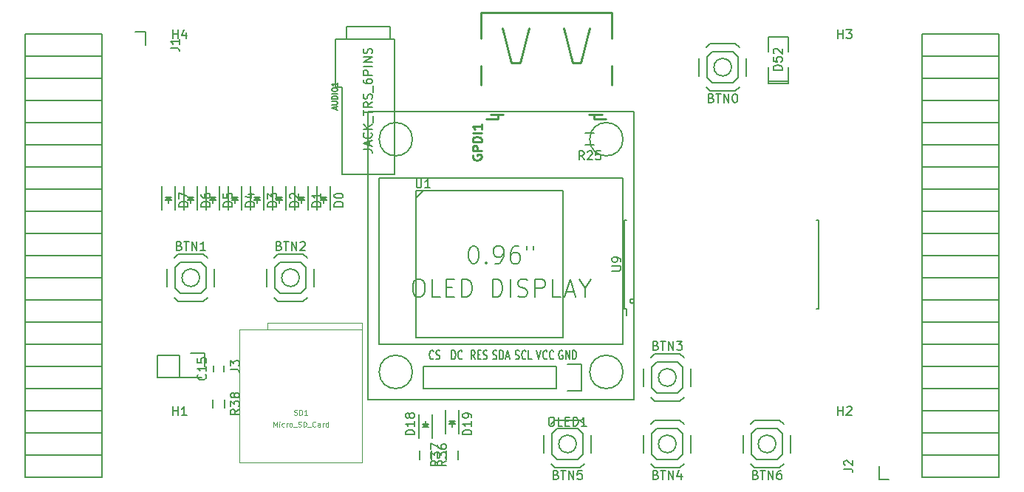
<source format=gto>
G04 #@! TF.FileFunction,Legend,Top*
%FSLAX46Y46*%
G04 Gerber Fmt 4.6, Leading zero omitted, Abs format (unit mm)*
G04 Created by KiCad (PCBNEW 4.0.5+dfsg1-4) date Thu May 18 22:33:06 2017*
%MOMM*%
%LPD*%
G01*
G04 APERTURE LIST*
%ADD10C,0.100000*%
%ADD11C,0.150000*%
%ADD12C,0.010160*%
%ADD13C,0.152400*%
%ADD14C,0.254000*%
%ADD15C,0.124460*%
G04 APERTURE END LIST*
D10*
D11*
X130080000Y-96200000D02*
X146880000Y-96200000D01*
X146880000Y-96200000D02*
X146880000Y-79400000D01*
X146880000Y-79400000D02*
X130080000Y-79400000D01*
X130080000Y-79400000D02*
X130080000Y-96200000D01*
X130880000Y-79400000D02*
X130080000Y-80200000D01*
X170427000Y-66881000D02*
X170427000Y-67135000D01*
X170427000Y-67135000D02*
X172713000Y-67135000D01*
X172713000Y-67135000D02*
X172713000Y-66881000D01*
X170427000Y-66881000D02*
X172713000Y-66881000D01*
X172713000Y-66881000D02*
X172713000Y-65230000D01*
X170427000Y-63452000D02*
X170427000Y-61801000D01*
X170427000Y-61801000D02*
X172713000Y-61801000D01*
X172713000Y-61801000D02*
X172713000Y-63452000D01*
X170427000Y-65230000D02*
X170427000Y-66881000D01*
D12*
X113070000Y-95320000D02*
X113070000Y-94520000D01*
X113070000Y-94520000D02*
X123870000Y-94520000D01*
X123870000Y-94520000D02*
X123870000Y-95320000D01*
X109870000Y-110520000D02*
X109870000Y-95320000D01*
X109870000Y-95320000D02*
X123870000Y-95320000D01*
X123870000Y-95320000D02*
X123870000Y-110520000D01*
X123870000Y-110520000D02*
X109870000Y-110520000D01*
D11*
X105260000Y-89360000D02*
G75*
G03X105260000Y-89360000I-1000000J0D01*
G01*
X103060000Y-87560000D02*
X105460000Y-87560000D01*
X102460000Y-88160000D02*
X103060000Y-87560000D01*
X102460000Y-90560000D02*
X102460000Y-88160000D01*
X103060000Y-91160000D02*
X102460000Y-90560000D01*
X105460000Y-91160000D02*
X103060000Y-91160000D01*
X106060000Y-90560000D02*
X105460000Y-91160000D01*
X106060000Y-88160000D02*
X106060000Y-90560000D01*
X105460000Y-87560000D02*
X106060000Y-88160000D01*
X102810000Y-86660000D02*
X105710000Y-86660000D01*
X102360000Y-87110000D02*
X102810000Y-86660000D01*
X101560000Y-90360000D02*
X101560000Y-88360000D01*
X102810000Y-92060000D02*
X102360000Y-91610000D01*
X105710000Y-92060000D02*
X102810000Y-92060000D01*
X106160000Y-91610000D02*
X105710000Y-92060000D01*
X106960000Y-88360000D02*
X106960000Y-90360000D01*
X105710000Y-86660000D02*
X106160000Y-87110000D01*
X116690000Y-89360000D02*
G75*
G03X116690000Y-89360000I-1000000J0D01*
G01*
X114490000Y-87560000D02*
X116890000Y-87560000D01*
X113890000Y-88160000D02*
X114490000Y-87560000D01*
X113890000Y-90560000D02*
X113890000Y-88160000D01*
X114490000Y-91160000D02*
X113890000Y-90560000D01*
X116890000Y-91160000D02*
X114490000Y-91160000D01*
X117490000Y-90560000D02*
X116890000Y-91160000D01*
X117490000Y-88160000D02*
X117490000Y-90560000D01*
X116890000Y-87560000D02*
X117490000Y-88160000D01*
X114240000Y-86660000D02*
X117140000Y-86660000D01*
X113790000Y-87110000D02*
X114240000Y-86660000D01*
X112990000Y-90360000D02*
X112990000Y-88360000D01*
X114240000Y-92060000D02*
X113790000Y-91610000D01*
X117140000Y-92060000D02*
X114240000Y-92060000D01*
X117590000Y-91610000D02*
X117140000Y-92060000D01*
X118390000Y-88360000D02*
X118390000Y-90360000D01*
X117140000Y-86660000D02*
X117590000Y-87110000D01*
X159870000Y-100790000D02*
G75*
G03X159870000Y-100790000I-1000000J0D01*
G01*
X157670000Y-98990000D02*
X160070000Y-98990000D01*
X157070000Y-99590000D02*
X157670000Y-98990000D01*
X157070000Y-101990000D02*
X157070000Y-99590000D01*
X157670000Y-102590000D02*
X157070000Y-101990000D01*
X160070000Y-102590000D02*
X157670000Y-102590000D01*
X160670000Y-101990000D02*
X160070000Y-102590000D01*
X160670000Y-99590000D02*
X160670000Y-101990000D01*
X160070000Y-98990000D02*
X160670000Y-99590000D01*
X157420000Y-98090000D02*
X160320000Y-98090000D01*
X156970000Y-98540000D02*
X157420000Y-98090000D01*
X156170000Y-101790000D02*
X156170000Y-99790000D01*
X157420000Y-103490000D02*
X156970000Y-103040000D01*
X160320000Y-103490000D02*
X157420000Y-103490000D01*
X160770000Y-103040000D02*
X160320000Y-103490000D01*
X161570000Y-99790000D02*
X161570000Y-101790000D01*
X160320000Y-98090000D02*
X160770000Y-98540000D01*
X159870000Y-108410000D02*
G75*
G03X159870000Y-108410000I-1000000J0D01*
G01*
X160070000Y-110210000D02*
X157670000Y-110210000D01*
X160670000Y-109610000D02*
X160070000Y-110210000D01*
X160670000Y-107210000D02*
X160670000Y-109610000D01*
X160070000Y-106610000D02*
X160670000Y-107210000D01*
X157670000Y-106610000D02*
X160070000Y-106610000D01*
X157070000Y-107210000D02*
X157670000Y-106610000D01*
X157070000Y-109610000D02*
X157070000Y-107210000D01*
X157670000Y-110210000D02*
X157070000Y-109610000D01*
X160320000Y-111110000D02*
X157420000Y-111110000D01*
X160770000Y-110660000D02*
X160320000Y-111110000D01*
X161570000Y-107410000D02*
X161570000Y-109410000D01*
X160320000Y-105710000D02*
X160770000Y-106160000D01*
X157420000Y-105710000D02*
X160320000Y-105710000D01*
X156970000Y-106160000D02*
X157420000Y-105710000D01*
X156170000Y-109410000D02*
X156170000Y-107410000D01*
X157420000Y-111110000D02*
X156970000Y-110660000D01*
X148440000Y-108410000D02*
G75*
G03X148440000Y-108410000I-1000000J0D01*
G01*
X148640000Y-110210000D02*
X146240000Y-110210000D01*
X149240000Y-109610000D02*
X148640000Y-110210000D01*
X149240000Y-107210000D02*
X149240000Y-109610000D01*
X148640000Y-106610000D02*
X149240000Y-107210000D01*
X146240000Y-106610000D02*
X148640000Y-106610000D01*
X145640000Y-107210000D02*
X146240000Y-106610000D01*
X145640000Y-109610000D02*
X145640000Y-107210000D01*
X146240000Y-110210000D02*
X145640000Y-109610000D01*
X148890000Y-111110000D02*
X145990000Y-111110000D01*
X149340000Y-110660000D02*
X148890000Y-111110000D01*
X150140000Y-107410000D02*
X150140000Y-109410000D01*
X148890000Y-105710000D02*
X149340000Y-106160000D01*
X145990000Y-105710000D02*
X148890000Y-105710000D01*
X145540000Y-106160000D02*
X145990000Y-105710000D01*
X144740000Y-109410000D02*
X144740000Y-107410000D01*
X145990000Y-111110000D02*
X145540000Y-110660000D01*
X171300000Y-108410000D02*
G75*
G03X171300000Y-108410000I-1000000J0D01*
G01*
X171500000Y-110210000D02*
X169100000Y-110210000D01*
X172100000Y-109610000D02*
X171500000Y-110210000D01*
X172100000Y-107210000D02*
X172100000Y-109610000D01*
X171500000Y-106610000D02*
X172100000Y-107210000D01*
X169100000Y-106610000D02*
X171500000Y-106610000D01*
X168500000Y-107210000D02*
X169100000Y-106610000D01*
X168500000Y-109610000D02*
X168500000Y-107210000D01*
X169100000Y-110210000D02*
X168500000Y-109610000D01*
X171750000Y-111110000D02*
X168850000Y-111110000D01*
X172200000Y-110660000D02*
X171750000Y-111110000D01*
X173000000Y-107410000D02*
X173000000Y-109410000D01*
X171750000Y-105710000D02*
X172200000Y-106160000D01*
X168850000Y-105710000D02*
X171750000Y-105710000D01*
X168400000Y-106160000D02*
X168850000Y-105710000D01*
X167600000Y-109410000D02*
X167600000Y-107410000D01*
X168850000Y-111110000D02*
X168400000Y-110660000D01*
X118750000Y-78870000D02*
X118750000Y-81570000D01*
X120250000Y-78870000D02*
X120250000Y-81570000D01*
X119350000Y-80370000D02*
X119600000Y-80370000D01*
X119600000Y-80370000D02*
X119450000Y-80220000D01*
X119850000Y-80120000D02*
X119150000Y-80120000D01*
X119500000Y-80470000D02*
X119500000Y-80820000D01*
X119500000Y-80120000D02*
X119850000Y-80470000D01*
X119850000Y-80470000D02*
X119150000Y-80470000D01*
X119150000Y-80470000D02*
X119500000Y-80120000D01*
X116210000Y-78870000D02*
X116210000Y-81570000D01*
X117710000Y-78870000D02*
X117710000Y-81570000D01*
X116810000Y-80370000D02*
X117060000Y-80370000D01*
X117060000Y-80370000D02*
X116910000Y-80220000D01*
X117310000Y-80120000D02*
X116610000Y-80120000D01*
X116960000Y-80470000D02*
X116960000Y-80820000D01*
X116960000Y-80120000D02*
X117310000Y-80470000D01*
X117310000Y-80470000D02*
X116610000Y-80470000D01*
X116610000Y-80470000D02*
X116960000Y-80120000D01*
X113670000Y-78870000D02*
X113670000Y-81570000D01*
X115170000Y-78870000D02*
X115170000Y-81570000D01*
X114270000Y-80370000D02*
X114520000Y-80370000D01*
X114520000Y-80370000D02*
X114370000Y-80220000D01*
X114770000Y-80120000D02*
X114070000Y-80120000D01*
X114420000Y-80470000D02*
X114420000Y-80820000D01*
X114420000Y-80120000D02*
X114770000Y-80470000D01*
X114770000Y-80470000D02*
X114070000Y-80470000D01*
X114070000Y-80470000D02*
X114420000Y-80120000D01*
X111130000Y-78870000D02*
X111130000Y-81570000D01*
X112630000Y-78870000D02*
X112630000Y-81570000D01*
X111730000Y-80370000D02*
X111980000Y-80370000D01*
X111980000Y-80370000D02*
X111830000Y-80220000D01*
X112230000Y-80120000D02*
X111530000Y-80120000D01*
X111880000Y-80470000D02*
X111880000Y-80820000D01*
X111880000Y-80120000D02*
X112230000Y-80470000D01*
X112230000Y-80470000D02*
X111530000Y-80470000D01*
X111530000Y-80470000D02*
X111880000Y-80120000D01*
X108590000Y-78870000D02*
X108590000Y-81570000D01*
X110090000Y-78870000D02*
X110090000Y-81570000D01*
X109190000Y-80370000D02*
X109440000Y-80370000D01*
X109440000Y-80370000D02*
X109290000Y-80220000D01*
X109690000Y-80120000D02*
X108990000Y-80120000D01*
X109340000Y-80470000D02*
X109340000Y-80820000D01*
X109340000Y-80120000D02*
X109690000Y-80470000D01*
X109690000Y-80470000D02*
X108990000Y-80470000D01*
X108990000Y-80470000D02*
X109340000Y-80120000D01*
X106050000Y-78870000D02*
X106050000Y-81570000D01*
X107550000Y-78870000D02*
X107550000Y-81570000D01*
X106650000Y-80370000D02*
X106900000Y-80370000D01*
X106900000Y-80370000D02*
X106750000Y-80220000D01*
X107150000Y-80120000D02*
X106450000Y-80120000D01*
X106800000Y-80470000D02*
X106800000Y-80820000D01*
X106800000Y-80120000D02*
X107150000Y-80470000D01*
X107150000Y-80470000D02*
X106450000Y-80470000D01*
X106450000Y-80470000D02*
X106800000Y-80120000D01*
X103510000Y-78870000D02*
X103510000Y-81570000D01*
X105010000Y-78870000D02*
X105010000Y-81570000D01*
X104110000Y-80370000D02*
X104360000Y-80370000D01*
X104360000Y-80370000D02*
X104210000Y-80220000D01*
X104610000Y-80120000D02*
X103910000Y-80120000D01*
X104260000Y-80470000D02*
X104260000Y-80820000D01*
X104260000Y-80120000D02*
X104610000Y-80470000D01*
X104610000Y-80470000D02*
X103910000Y-80470000D01*
X103910000Y-80470000D02*
X104260000Y-80120000D01*
X100970000Y-78870000D02*
X100970000Y-81570000D01*
X102470000Y-78870000D02*
X102470000Y-81570000D01*
X101570000Y-80370000D02*
X101820000Y-80370000D01*
X101820000Y-80370000D02*
X101670000Y-80220000D01*
X102070000Y-80120000D02*
X101370000Y-80120000D01*
X101720000Y-80470000D02*
X101720000Y-80820000D01*
X101720000Y-80120000D02*
X102070000Y-80470000D01*
X102070000Y-80470000D02*
X101370000Y-80470000D01*
X101370000Y-80470000D02*
X101720000Y-80120000D01*
D13*
X121580000Y-77540000D02*
X121580000Y-67540000D01*
X121580000Y-67540000D02*
X120880000Y-67540000D01*
X120880000Y-67540000D02*
X120880000Y-62040000D01*
X127580000Y-77540000D02*
X121580000Y-77540000D01*
X127580000Y-62040000D02*
X127580000Y-77540000D01*
X127580000Y-62040000D02*
X120880000Y-62040000D01*
X127080000Y-62040000D02*
X127080000Y-60540000D01*
X127080000Y-60540000D02*
X122080000Y-60540000D01*
X122080000Y-60540000D02*
X122080000Y-62040000D01*
D11*
X176180000Y-92880000D02*
X175980000Y-92880000D01*
X176180000Y-82720000D02*
X175980000Y-82720000D01*
X155080000Y-92050000D02*
G75*
G03X155080000Y-92050000I-250000J0D01*
G01*
X154180000Y-92880000D02*
X154180000Y-93700000D01*
X153980000Y-92880000D02*
X154180000Y-92880000D01*
X153980000Y-82720000D02*
X154180000Y-82720000D01*
X176190000Y-82720000D02*
X176190000Y-92880000D01*
X153970000Y-92880000D02*
X153970000Y-82720000D01*
D14*
X151378260Y-70648160D02*
X150479100Y-70648160D01*
X150479100Y-70648160D02*
X149879660Y-70648160D01*
X140080340Y-70648160D02*
X139480900Y-70648160D01*
X139480900Y-70648160D02*
X138581740Y-70648160D01*
X137481920Y-67249640D02*
X137481920Y-65098260D01*
X137481920Y-61900400D02*
X137481920Y-58992100D01*
X137481920Y-58992100D02*
X152478080Y-58992100D01*
X152478080Y-58992100D02*
X152478080Y-61900400D01*
X152478080Y-65098260D02*
X152478080Y-67249640D01*
X138106760Y-71148540D02*
X139480900Y-71148540D01*
X139480900Y-71148540D02*
X139480900Y-70648160D01*
X150479100Y-70648160D02*
X150479100Y-71148540D01*
X150479100Y-71148540D02*
X151865940Y-71148540D01*
X142981020Y-60732000D02*
X141980260Y-64732500D01*
X141980260Y-64732500D02*
X140982040Y-64732500D01*
X140982040Y-64732500D02*
X139981280Y-60732000D01*
X146978980Y-60732000D02*
X147979740Y-64732500D01*
X147979740Y-64732500D02*
X148977960Y-64732500D01*
X148977960Y-64732500D02*
X149978720Y-60732000D01*
D11*
X85270000Y-112220000D02*
X94100000Y-112220000D01*
X85270000Y-109680000D02*
X85270000Y-112220000D01*
X94100000Y-109680000D02*
X94100000Y-112220000D01*
X94100000Y-112220000D02*
X85270000Y-112220000D01*
X94100000Y-109680000D02*
X85270000Y-109680000D01*
X94100000Y-107140000D02*
X94100000Y-109680000D01*
X85270000Y-107140000D02*
X85270000Y-109680000D01*
X85270000Y-109680000D02*
X94100000Y-109680000D01*
X85270000Y-91900000D02*
X94100000Y-91900000D01*
X85270000Y-89360000D02*
X85270000Y-91900000D01*
X94100000Y-89360000D02*
X94100000Y-91900000D01*
X94100000Y-91900000D02*
X85270000Y-91900000D01*
X94100000Y-94440000D02*
X85270000Y-94440000D01*
X94100000Y-91900000D02*
X94100000Y-94440000D01*
X85270000Y-91900000D02*
X85270000Y-94440000D01*
X85270000Y-94440000D02*
X94100000Y-94440000D01*
X85270000Y-107140000D02*
X94100000Y-107140000D01*
X85270000Y-104600000D02*
X85270000Y-107140000D01*
X94100000Y-104600000D02*
X94100000Y-107140000D01*
X94100000Y-107140000D02*
X85270000Y-107140000D01*
X94100000Y-104600000D02*
X85270000Y-104600000D01*
X94100000Y-102060000D02*
X94100000Y-104600000D01*
X85270000Y-102060000D02*
X85270000Y-104600000D01*
X85270000Y-104600000D02*
X94100000Y-104600000D01*
X85270000Y-102060000D02*
X94100000Y-102060000D01*
X85270000Y-99520000D02*
X85270000Y-102060000D01*
X94100000Y-99520000D02*
X94100000Y-102060000D01*
X94100000Y-102060000D02*
X85270000Y-102060000D01*
X94100000Y-99520000D02*
X85270000Y-99520000D01*
X94100000Y-96980000D02*
X94100000Y-99520000D01*
X85270000Y-96980000D02*
X85270000Y-99520000D01*
X85270000Y-99520000D02*
X94100000Y-99520000D01*
X85270000Y-96980000D02*
X94100000Y-96980000D01*
X85270000Y-94440000D02*
X85270000Y-96980000D01*
X94100000Y-94440000D02*
X94100000Y-96980000D01*
X94100000Y-96980000D02*
X85270000Y-96980000D01*
X94100000Y-79200000D02*
X85270000Y-79200000D01*
X94100000Y-76660000D02*
X94100000Y-79200000D01*
X85270000Y-76660000D02*
X85270000Y-79200000D01*
X85270000Y-79200000D02*
X94100000Y-79200000D01*
X85270000Y-81740000D02*
X94100000Y-81740000D01*
X85270000Y-79200000D02*
X85270000Y-81740000D01*
X94100000Y-79200000D02*
X94100000Y-81740000D01*
X94100000Y-81740000D02*
X85270000Y-81740000D01*
X94100000Y-84280000D02*
X85270000Y-84280000D01*
X94100000Y-81740000D02*
X94100000Y-84280000D01*
X85270000Y-81740000D02*
X85270000Y-84280000D01*
X85270000Y-84280000D02*
X94100000Y-84280000D01*
X85270000Y-86820000D02*
X94100000Y-86820000D01*
X85270000Y-84280000D02*
X85270000Y-86820000D01*
X94100000Y-84280000D02*
X94100000Y-86820000D01*
X94100000Y-86820000D02*
X85270000Y-86820000D01*
X94100000Y-89360000D02*
X85270000Y-89360000D01*
X94100000Y-86820000D02*
X94100000Y-89360000D01*
X85270000Y-86820000D02*
X85270000Y-89360000D01*
X85270000Y-89360000D02*
X94100000Y-89360000D01*
X85270000Y-76660000D02*
X94100000Y-76660000D01*
X85270000Y-74120000D02*
X85270000Y-76660000D01*
X94100000Y-74120000D02*
X94100000Y-76660000D01*
X94100000Y-76660000D02*
X85270000Y-76660000D01*
X94100000Y-74120000D02*
X85270000Y-74120000D01*
X94100000Y-71580000D02*
X94100000Y-74120000D01*
X85270000Y-71580000D02*
X85270000Y-74120000D01*
X85270000Y-74120000D02*
X94100000Y-74120000D01*
X85270000Y-71580000D02*
X94100000Y-71580000D01*
X85270000Y-69040000D02*
X85270000Y-71580000D01*
X94100000Y-69040000D02*
X94100000Y-71580000D01*
X94100000Y-71580000D02*
X85270000Y-71580000D01*
X94100000Y-69040000D02*
X85270000Y-69040000D01*
X94100000Y-66500000D02*
X94100000Y-69040000D01*
X85270000Y-66500000D02*
X85270000Y-69040000D01*
X85270000Y-69040000D02*
X94100000Y-69040000D01*
X85270000Y-66500000D02*
X94100000Y-66500000D01*
X85270000Y-63960000D02*
X85270000Y-66500000D01*
X94100000Y-63960000D02*
X94100000Y-66500000D01*
X94100000Y-66500000D02*
X85270000Y-66500000D01*
X94100000Y-63960000D02*
X85270000Y-63960000D01*
X94100000Y-61420000D02*
X94100000Y-63960000D01*
X99060000Y-62690000D02*
X99060000Y-61140000D01*
X99060000Y-61140000D02*
X97910000Y-61140000D01*
X94100000Y-61420000D02*
X85270000Y-61420000D01*
X85270000Y-61420000D02*
X85270000Y-63960000D01*
X85270000Y-63960000D02*
X94100000Y-63960000D01*
X196910000Y-61420000D02*
X188080000Y-61420000D01*
X196910000Y-63960000D02*
X196910000Y-61420000D01*
X188080000Y-63960000D02*
X188080000Y-61420000D01*
X188080000Y-61420000D02*
X196910000Y-61420000D01*
X188080000Y-63960000D02*
X196910000Y-63960000D01*
X188080000Y-66500000D02*
X188080000Y-63960000D01*
X196910000Y-66500000D02*
X196910000Y-63960000D01*
X196910000Y-63960000D02*
X188080000Y-63960000D01*
X196910000Y-81740000D02*
X188080000Y-81740000D01*
X196910000Y-84280000D02*
X196910000Y-81740000D01*
X188080000Y-84280000D02*
X188080000Y-81740000D01*
X188080000Y-81740000D02*
X196910000Y-81740000D01*
X188080000Y-79200000D02*
X196910000Y-79200000D01*
X188080000Y-81740000D02*
X188080000Y-79200000D01*
X196910000Y-81740000D02*
X196910000Y-79200000D01*
X196910000Y-79200000D02*
X188080000Y-79200000D01*
X196910000Y-66500000D02*
X188080000Y-66500000D01*
X196910000Y-69040000D02*
X196910000Y-66500000D01*
X188080000Y-69040000D02*
X188080000Y-66500000D01*
X188080000Y-66500000D02*
X196910000Y-66500000D01*
X188080000Y-69040000D02*
X196910000Y-69040000D01*
X188080000Y-71580000D02*
X188080000Y-69040000D01*
X196910000Y-71580000D02*
X196910000Y-69040000D01*
X196910000Y-69040000D02*
X188080000Y-69040000D01*
X196910000Y-71580000D02*
X188080000Y-71580000D01*
X196910000Y-74120000D02*
X196910000Y-71580000D01*
X188080000Y-74120000D02*
X188080000Y-71580000D01*
X188080000Y-71580000D02*
X196910000Y-71580000D01*
X188080000Y-74120000D02*
X196910000Y-74120000D01*
X188080000Y-76660000D02*
X188080000Y-74120000D01*
X196910000Y-76660000D02*
X196910000Y-74120000D01*
X196910000Y-74120000D02*
X188080000Y-74120000D01*
X196910000Y-76660000D02*
X188080000Y-76660000D01*
X196910000Y-79200000D02*
X196910000Y-76660000D01*
X188080000Y-79200000D02*
X188080000Y-76660000D01*
X188080000Y-76660000D02*
X196910000Y-76660000D01*
X188080000Y-94440000D02*
X196910000Y-94440000D01*
X188080000Y-96980000D02*
X188080000Y-94440000D01*
X196910000Y-96980000D02*
X196910000Y-94440000D01*
X196910000Y-94440000D02*
X188080000Y-94440000D01*
X196910000Y-91900000D02*
X188080000Y-91900000D01*
X196910000Y-94440000D02*
X196910000Y-91900000D01*
X188080000Y-94440000D02*
X188080000Y-91900000D01*
X188080000Y-91900000D02*
X196910000Y-91900000D01*
X188080000Y-89360000D02*
X196910000Y-89360000D01*
X188080000Y-91900000D02*
X188080000Y-89360000D01*
X196910000Y-91900000D02*
X196910000Y-89360000D01*
X196910000Y-89360000D02*
X188080000Y-89360000D01*
X196910000Y-86820000D02*
X188080000Y-86820000D01*
X196910000Y-89360000D02*
X196910000Y-86820000D01*
X188080000Y-89360000D02*
X188080000Y-86820000D01*
X188080000Y-86820000D02*
X196910000Y-86820000D01*
X188080000Y-84280000D02*
X196910000Y-84280000D01*
X188080000Y-86820000D02*
X188080000Y-84280000D01*
X196910000Y-86820000D02*
X196910000Y-84280000D01*
X196910000Y-84280000D02*
X188080000Y-84280000D01*
X196910000Y-96980000D02*
X188080000Y-96980000D01*
X196910000Y-99520000D02*
X196910000Y-96980000D01*
X188080000Y-99520000D02*
X188080000Y-96980000D01*
X188080000Y-96980000D02*
X196910000Y-96980000D01*
X188080000Y-99520000D02*
X196910000Y-99520000D01*
X188080000Y-102060000D02*
X188080000Y-99520000D01*
X196910000Y-102060000D02*
X196910000Y-99520000D01*
X196910000Y-99520000D02*
X188080000Y-99520000D01*
X196910000Y-102060000D02*
X188080000Y-102060000D01*
X196910000Y-104600000D02*
X196910000Y-102060000D01*
X188080000Y-104600000D02*
X188080000Y-102060000D01*
X188080000Y-102060000D02*
X196910000Y-102060000D01*
X188080000Y-104600000D02*
X196910000Y-104600000D01*
X188080000Y-107140000D02*
X188080000Y-104600000D01*
X196910000Y-107140000D02*
X196910000Y-104600000D01*
X196910000Y-104600000D02*
X188080000Y-104600000D01*
X196910000Y-107140000D02*
X188080000Y-107140000D01*
X196910000Y-109680000D02*
X196910000Y-107140000D01*
X188080000Y-109680000D02*
X188080000Y-107140000D01*
X188080000Y-107140000D02*
X196910000Y-107140000D01*
X188080000Y-109680000D02*
X196910000Y-109680000D01*
X188080000Y-112220000D02*
X188080000Y-109680000D01*
X183120000Y-110950000D02*
X183120000Y-112500000D01*
X183120000Y-112500000D02*
X184270000Y-112500000D01*
X188080000Y-112220000D02*
X196910000Y-112220000D01*
X196910000Y-112220000D02*
X196910000Y-109680000D01*
X196910000Y-109680000D02*
X188080000Y-109680000D01*
X166220000Y-65230000D02*
G75*
G03X166220000Y-65230000I-1000000J0D01*
G01*
X166420000Y-67030000D02*
X164020000Y-67030000D01*
X167020000Y-66430000D02*
X166420000Y-67030000D01*
X167020000Y-64030000D02*
X167020000Y-66430000D01*
X166420000Y-63430000D02*
X167020000Y-64030000D01*
X164020000Y-63430000D02*
X166420000Y-63430000D01*
X163420000Y-64030000D02*
X164020000Y-63430000D01*
X163420000Y-66430000D02*
X163420000Y-64030000D01*
X164020000Y-67030000D02*
X163420000Y-66430000D01*
X166670000Y-67930000D02*
X163770000Y-67930000D01*
X167120000Y-67480000D02*
X166670000Y-67930000D01*
X167920000Y-64230000D02*
X167920000Y-66230000D01*
X166670000Y-62530000D02*
X167120000Y-62980000D01*
X163770000Y-62530000D02*
X166670000Y-62530000D01*
X163320000Y-62980000D02*
X163770000Y-62530000D01*
X162520000Y-66230000D02*
X162520000Y-64230000D01*
X163770000Y-67930000D02*
X163320000Y-67480000D01*
X149480000Y-72810000D02*
X150480000Y-72810000D01*
X150480000Y-74160000D02*
X149480000Y-74160000D01*
X105810000Y-99520000D02*
X105810000Y-97970000D01*
X102990000Y-100790000D02*
X105530000Y-100790000D01*
X105810000Y-97970000D02*
X104260000Y-97970000D01*
X100450000Y-100790000D02*
X102990000Y-100790000D01*
X102990000Y-100790000D02*
X102990000Y-98250000D01*
X102990000Y-98250000D02*
X100450000Y-98250000D01*
X100450000Y-98250000D02*
X100450000Y-100790000D01*
X153790000Y-73485000D02*
G75*
G03X153790000Y-73485000I-1905000J0D01*
G01*
X129660000Y-73485000D02*
G75*
G03X129660000Y-73485000I-1905000J0D01*
G01*
X129660000Y-100155000D02*
G75*
G03X129660000Y-100155000I-1905000J0D01*
G01*
X153790000Y-100155000D02*
G75*
G03X153790000Y-100155000I-1905000J0D01*
G01*
X153790000Y-77930000D02*
X153790000Y-96980000D01*
X125850000Y-77930000D02*
X153790000Y-77930000D01*
X125850000Y-96980000D02*
X125850000Y-77930000D01*
X153790000Y-96980000D02*
X125850000Y-96980000D01*
X155060000Y-70310000D02*
X155060000Y-103330000D01*
X124580000Y-70310000D02*
X155060000Y-70310000D01*
X124580000Y-103330000D02*
X124580000Y-70310000D01*
X155060000Y-103330000D02*
X124580000Y-103330000D01*
X146170000Y-99520000D02*
X130930000Y-99520000D01*
X130930000Y-99520000D02*
X130930000Y-102060000D01*
X130930000Y-102060000D02*
X146170000Y-102060000D01*
X148990000Y-99240000D02*
X147440000Y-99240000D01*
X146170000Y-99520000D02*
X146170000Y-102060000D01*
X147440000Y-102340000D02*
X148990000Y-102340000D01*
X148990000Y-102340000D02*
X148990000Y-99240000D01*
X131934000Y-107724000D02*
X131934000Y-105024000D01*
X130434000Y-107724000D02*
X130434000Y-105024000D01*
X131334000Y-106224000D02*
X131084000Y-106224000D01*
X131084000Y-106224000D02*
X131234000Y-106374000D01*
X130834000Y-106474000D02*
X131534000Y-106474000D01*
X131184000Y-106124000D02*
X131184000Y-105774000D01*
X131184000Y-106474000D02*
X130834000Y-106124000D01*
X130834000Y-106124000D02*
X131534000Y-106124000D01*
X131534000Y-106124000D02*
X131184000Y-106474000D01*
X133482000Y-104524000D02*
X133482000Y-107224000D01*
X134982000Y-104524000D02*
X134982000Y-107224000D01*
X134082000Y-106024000D02*
X134332000Y-106024000D01*
X134332000Y-106024000D02*
X134182000Y-105874000D01*
X134582000Y-105774000D02*
X133882000Y-105774000D01*
X134232000Y-106124000D02*
X134232000Y-106474000D01*
X134232000Y-105774000D02*
X134582000Y-106124000D01*
X134582000Y-106124000D02*
X133882000Y-106124000D01*
X133882000Y-106124000D02*
X134232000Y-105774000D01*
X130509000Y-110180000D02*
X130509000Y-109180000D01*
X131859000Y-109180000D02*
X131859000Y-110180000D01*
X134907000Y-109180000D02*
X134907000Y-110180000D01*
X133557000Y-110180000D02*
X133557000Y-109180000D01*
X106880000Y-100150000D02*
X106880000Y-99450000D01*
X108080000Y-99450000D02*
X108080000Y-100150000D01*
X106805000Y-104300000D02*
X106805000Y-103300000D01*
X108155000Y-103300000D02*
X108155000Y-104300000D01*
X130118095Y-78052381D02*
X130118095Y-78861905D01*
X130165714Y-78957143D01*
X130213333Y-79004762D01*
X130308571Y-79052381D01*
X130499048Y-79052381D01*
X130594286Y-79004762D01*
X130641905Y-78957143D01*
X130689524Y-78861905D01*
X130689524Y-78052381D01*
X131689524Y-79052381D02*
X131118095Y-79052381D01*
X131403809Y-79052381D02*
X131403809Y-78052381D01*
X131308571Y-78195238D01*
X131213333Y-78290476D01*
X131118095Y-78338095D01*
X172022381Y-65555286D02*
X171022381Y-65555286D01*
X171022381Y-65317191D01*
X171070000Y-65174333D01*
X171165238Y-65079095D01*
X171260476Y-65031476D01*
X171450952Y-64983857D01*
X171593810Y-64983857D01*
X171784286Y-65031476D01*
X171879524Y-65079095D01*
X171974762Y-65174333D01*
X172022381Y-65317191D01*
X172022381Y-65555286D01*
X171022381Y-64079095D02*
X171022381Y-64555286D01*
X171498571Y-64602905D01*
X171450952Y-64555286D01*
X171403333Y-64460048D01*
X171403333Y-64221952D01*
X171450952Y-64126714D01*
X171498571Y-64079095D01*
X171593810Y-64031476D01*
X171831905Y-64031476D01*
X171927143Y-64079095D01*
X171974762Y-64126714D01*
X172022381Y-64221952D01*
X172022381Y-64460048D01*
X171974762Y-64555286D01*
X171927143Y-64602905D01*
X171117619Y-63650524D02*
X171070000Y-63602905D01*
X171022381Y-63507667D01*
X171022381Y-63269571D01*
X171070000Y-63174333D01*
X171117619Y-63126714D01*
X171212857Y-63079095D01*
X171308095Y-63079095D01*
X171450952Y-63126714D01*
X172022381Y-63698143D01*
X172022381Y-63079095D01*
D15*
X116113564Y-105062630D02*
X116199198Y-105091175D01*
X116341922Y-105091175D01*
X116399012Y-105062630D01*
X116427556Y-105034086D01*
X116456101Y-104976996D01*
X116456101Y-104919907D01*
X116427556Y-104862817D01*
X116399012Y-104834272D01*
X116341922Y-104805728D01*
X116227743Y-104777183D01*
X116170654Y-104748638D01*
X116142109Y-104720093D01*
X116113564Y-104663004D01*
X116113564Y-104605914D01*
X116142109Y-104548825D01*
X116170654Y-104520280D01*
X116227743Y-104491735D01*
X116370467Y-104491735D01*
X116456101Y-104520280D01*
X116713004Y-105091175D02*
X116713004Y-104491735D01*
X116855728Y-104491735D01*
X116941362Y-104520280D01*
X116998451Y-104577370D01*
X117026996Y-104634459D01*
X117055541Y-104748638D01*
X117055541Y-104834272D01*
X117026996Y-104948451D01*
X116998451Y-105005541D01*
X116941362Y-105062630D01*
X116855728Y-105091175D01*
X116713004Y-105091175D01*
X117626436Y-105091175D02*
X117283899Y-105091175D01*
X117455168Y-105091175D02*
X117455168Y-104491735D01*
X117398078Y-104577370D01*
X117340989Y-104634459D01*
X117283899Y-104663004D01*
X113744350Y-106441175D02*
X113744350Y-105841735D01*
X113944163Y-106269907D01*
X114143976Y-105841735D01*
X114143976Y-106441175D01*
X114429424Y-106441175D02*
X114429424Y-106041549D01*
X114429424Y-105841735D02*
X114400879Y-105870280D01*
X114429424Y-105898825D01*
X114457969Y-105870280D01*
X114429424Y-105841735D01*
X114429424Y-105898825D01*
X114971775Y-106412630D02*
X114914685Y-106441175D01*
X114800506Y-106441175D01*
X114743417Y-106412630D01*
X114714872Y-106384086D01*
X114686327Y-106326996D01*
X114686327Y-106155728D01*
X114714872Y-106098638D01*
X114743417Y-106070093D01*
X114800506Y-106041549D01*
X114914685Y-106041549D01*
X114971775Y-106070093D01*
X115228678Y-106441175D02*
X115228678Y-106041549D01*
X115228678Y-106155728D02*
X115257223Y-106098638D01*
X115285767Y-106070093D01*
X115342857Y-106041549D01*
X115399946Y-106041549D01*
X115685394Y-106441175D02*
X115628305Y-106412630D01*
X115599760Y-106384086D01*
X115571215Y-106326996D01*
X115571215Y-106155728D01*
X115599760Y-106098638D01*
X115628305Y-106070093D01*
X115685394Y-106041549D01*
X115771028Y-106041549D01*
X115828118Y-106070093D01*
X115856663Y-106098638D01*
X115885207Y-106155728D01*
X115885207Y-106326996D01*
X115856663Y-106384086D01*
X115828118Y-106412630D01*
X115771028Y-106441175D01*
X115685394Y-106441175D01*
X115999386Y-106498265D02*
X116456102Y-106498265D01*
X116570281Y-106412630D02*
X116655915Y-106441175D01*
X116798639Y-106441175D01*
X116855729Y-106412630D01*
X116884273Y-106384086D01*
X116912818Y-106326996D01*
X116912818Y-106269907D01*
X116884273Y-106212817D01*
X116855729Y-106184272D01*
X116798639Y-106155728D01*
X116684460Y-106127183D01*
X116627371Y-106098638D01*
X116598826Y-106070093D01*
X116570281Y-106013004D01*
X116570281Y-105955914D01*
X116598826Y-105898825D01*
X116627371Y-105870280D01*
X116684460Y-105841735D01*
X116827184Y-105841735D01*
X116912818Y-105870280D01*
X117169721Y-106441175D02*
X117169721Y-105841735D01*
X117312445Y-105841735D01*
X117398079Y-105870280D01*
X117455168Y-105927370D01*
X117483713Y-105984459D01*
X117512258Y-106098638D01*
X117512258Y-106184272D01*
X117483713Y-106298451D01*
X117455168Y-106355541D01*
X117398079Y-106412630D01*
X117312445Y-106441175D01*
X117169721Y-106441175D01*
X117626437Y-106498265D02*
X118083153Y-106498265D01*
X118568414Y-106384086D02*
X118539869Y-106412630D01*
X118454235Y-106441175D01*
X118397145Y-106441175D01*
X118311511Y-106412630D01*
X118254422Y-106355541D01*
X118225877Y-106298451D01*
X118197332Y-106184272D01*
X118197332Y-106098638D01*
X118225877Y-105984459D01*
X118254422Y-105927370D01*
X118311511Y-105870280D01*
X118397145Y-105841735D01*
X118454235Y-105841735D01*
X118539869Y-105870280D01*
X118568414Y-105898825D01*
X119082220Y-106441175D02*
X119082220Y-106127183D01*
X119053675Y-106070093D01*
X118996585Y-106041549D01*
X118882406Y-106041549D01*
X118825317Y-106070093D01*
X119082220Y-106412630D02*
X119025130Y-106441175D01*
X118882406Y-106441175D01*
X118825317Y-106412630D01*
X118796772Y-106355541D01*
X118796772Y-106298451D01*
X118825317Y-106241362D01*
X118882406Y-106212817D01*
X119025130Y-106212817D01*
X119082220Y-106184272D01*
X119367667Y-106441175D02*
X119367667Y-106041549D01*
X119367667Y-106155728D02*
X119396212Y-106098638D01*
X119424756Y-106070093D01*
X119481846Y-106041549D01*
X119538935Y-106041549D01*
X119995652Y-106441175D02*
X119995652Y-105841735D01*
X119995652Y-106412630D02*
X119938562Y-106441175D01*
X119824383Y-106441175D01*
X119767294Y-106412630D01*
X119738749Y-106384086D01*
X119710204Y-106326996D01*
X119710204Y-106155728D01*
X119738749Y-106098638D01*
X119767294Y-106070093D01*
X119824383Y-106041549D01*
X119938562Y-106041549D01*
X119995652Y-106070093D01*
D11*
X102950477Y-85688571D02*
X103093334Y-85736190D01*
X103140953Y-85783810D01*
X103188572Y-85879048D01*
X103188572Y-86021905D01*
X103140953Y-86117143D01*
X103093334Y-86164762D01*
X102998096Y-86212381D01*
X102617143Y-86212381D01*
X102617143Y-85212381D01*
X102950477Y-85212381D01*
X103045715Y-85260000D01*
X103093334Y-85307619D01*
X103140953Y-85402857D01*
X103140953Y-85498095D01*
X103093334Y-85593333D01*
X103045715Y-85640952D01*
X102950477Y-85688571D01*
X102617143Y-85688571D01*
X103474286Y-85212381D02*
X104045715Y-85212381D01*
X103760000Y-86212381D02*
X103760000Y-85212381D01*
X104379048Y-86212381D02*
X104379048Y-85212381D01*
X104950477Y-86212381D01*
X104950477Y-85212381D01*
X105950477Y-86212381D02*
X105379048Y-86212381D01*
X105664762Y-86212381D02*
X105664762Y-85212381D01*
X105569524Y-85355238D01*
X105474286Y-85450476D01*
X105379048Y-85498095D01*
X114380477Y-85688571D02*
X114523334Y-85736190D01*
X114570953Y-85783810D01*
X114618572Y-85879048D01*
X114618572Y-86021905D01*
X114570953Y-86117143D01*
X114523334Y-86164762D01*
X114428096Y-86212381D01*
X114047143Y-86212381D01*
X114047143Y-85212381D01*
X114380477Y-85212381D01*
X114475715Y-85260000D01*
X114523334Y-85307619D01*
X114570953Y-85402857D01*
X114570953Y-85498095D01*
X114523334Y-85593333D01*
X114475715Y-85640952D01*
X114380477Y-85688571D01*
X114047143Y-85688571D01*
X114904286Y-85212381D02*
X115475715Y-85212381D01*
X115190000Y-86212381D02*
X115190000Y-85212381D01*
X115809048Y-86212381D02*
X115809048Y-85212381D01*
X116380477Y-86212381D01*
X116380477Y-85212381D01*
X116809048Y-85307619D02*
X116856667Y-85260000D01*
X116951905Y-85212381D01*
X117190001Y-85212381D01*
X117285239Y-85260000D01*
X117332858Y-85307619D01*
X117380477Y-85402857D01*
X117380477Y-85498095D01*
X117332858Y-85640952D01*
X116761429Y-86212381D01*
X117380477Y-86212381D01*
X157560477Y-97118571D02*
X157703334Y-97166190D01*
X157750953Y-97213810D01*
X157798572Y-97309048D01*
X157798572Y-97451905D01*
X157750953Y-97547143D01*
X157703334Y-97594762D01*
X157608096Y-97642381D01*
X157227143Y-97642381D01*
X157227143Y-96642381D01*
X157560477Y-96642381D01*
X157655715Y-96690000D01*
X157703334Y-96737619D01*
X157750953Y-96832857D01*
X157750953Y-96928095D01*
X157703334Y-97023333D01*
X157655715Y-97070952D01*
X157560477Y-97118571D01*
X157227143Y-97118571D01*
X158084286Y-96642381D02*
X158655715Y-96642381D01*
X158370000Y-97642381D02*
X158370000Y-96642381D01*
X158989048Y-97642381D02*
X158989048Y-96642381D01*
X159560477Y-97642381D01*
X159560477Y-96642381D01*
X159941429Y-96642381D02*
X160560477Y-96642381D01*
X160227143Y-97023333D01*
X160370001Y-97023333D01*
X160465239Y-97070952D01*
X160512858Y-97118571D01*
X160560477Y-97213810D01*
X160560477Y-97451905D01*
X160512858Y-97547143D01*
X160465239Y-97594762D01*
X160370001Y-97642381D01*
X160084286Y-97642381D01*
X159989048Y-97594762D01*
X159941429Y-97547143D01*
X157560477Y-111938571D02*
X157703334Y-111986190D01*
X157750953Y-112033810D01*
X157798572Y-112129048D01*
X157798572Y-112271905D01*
X157750953Y-112367143D01*
X157703334Y-112414762D01*
X157608096Y-112462381D01*
X157227143Y-112462381D01*
X157227143Y-111462381D01*
X157560477Y-111462381D01*
X157655715Y-111510000D01*
X157703334Y-111557619D01*
X157750953Y-111652857D01*
X157750953Y-111748095D01*
X157703334Y-111843333D01*
X157655715Y-111890952D01*
X157560477Y-111938571D01*
X157227143Y-111938571D01*
X158084286Y-111462381D02*
X158655715Y-111462381D01*
X158370000Y-112462381D02*
X158370000Y-111462381D01*
X158989048Y-112462381D02*
X158989048Y-111462381D01*
X159560477Y-112462381D01*
X159560477Y-111462381D01*
X160465239Y-111795714D02*
X160465239Y-112462381D01*
X160227143Y-111414762D02*
X159989048Y-112129048D01*
X160608096Y-112129048D01*
X146130477Y-111938571D02*
X146273334Y-111986190D01*
X146320953Y-112033810D01*
X146368572Y-112129048D01*
X146368572Y-112271905D01*
X146320953Y-112367143D01*
X146273334Y-112414762D01*
X146178096Y-112462381D01*
X145797143Y-112462381D01*
X145797143Y-111462381D01*
X146130477Y-111462381D01*
X146225715Y-111510000D01*
X146273334Y-111557619D01*
X146320953Y-111652857D01*
X146320953Y-111748095D01*
X146273334Y-111843333D01*
X146225715Y-111890952D01*
X146130477Y-111938571D01*
X145797143Y-111938571D01*
X146654286Y-111462381D02*
X147225715Y-111462381D01*
X146940000Y-112462381D02*
X146940000Y-111462381D01*
X147559048Y-112462381D02*
X147559048Y-111462381D01*
X148130477Y-112462381D01*
X148130477Y-111462381D01*
X149082858Y-111462381D02*
X148606667Y-111462381D01*
X148559048Y-111938571D01*
X148606667Y-111890952D01*
X148701905Y-111843333D01*
X148940001Y-111843333D01*
X149035239Y-111890952D01*
X149082858Y-111938571D01*
X149130477Y-112033810D01*
X149130477Y-112271905D01*
X149082858Y-112367143D01*
X149035239Y-112414762D01*
X148940001Y-112462381D01*
X148701905Y-112462381D01*
X148606667Y-112414762D01*
X148559048Y-112367143D01*
X168990477Y-111938571D02*
X169133334Y-111986190D01*
X169180953Y-112033810D01*
X169228572Y-112129048D01*
X169228572Y-112271905D01*
X169180953Y-112367143D01*
X169133334Y-112414762D01*
X169038096Y-112462381D01*
X168657143Y-112462381D01*
X168657143Y-111462381D01*
X168990477Y-111462381D01*
X169085715Y-111510000D01*
X169133334Y-111557619D01*
X169180953Y-111652857D01*
X169180953Y-111748095D01*
X169133334Y-111843333D01*
X169085715Y-111890952D01*
X168990477Y-111938571D01*
X168657143Y-111938571D01*
X169514286Y-111462381D02*
X170085715Y-111462381D01*
X169800000Y-112462381D02*
X169800000Y-111462381D01*
X170419048Y-112462381D02*
X170419048Y-111462381D01*
X170990477Y-112462381D01*
X170990477Y-111462381D01*
X171895239Y-111462381D02*
X171704762Y-111462381D01*
X171609524Y-111510000D01*
X171561905Y-111557619D01*
X171466667Y-111700476D01*
X171419048Y-111890952D01*
X171419048Y-112271905D01*
X171466667Y-112367143D01*
X171514286Y-112414762D01*
X171609524Y-112462381D01*
X171800001Y-112462381D01*
X171895239Y-112414762D01*
X171942858Y-112367143D01*
X171990477Y-112271905D01*
X171990477Y-112033810D01*
X171942858Y-111938571D01*
X171895239Y-111890952D01*
X171800001Y-111843333D01*
X171609524Y-111843333D01*
X171514286Y-111890952D01*
X171466667Y-111938571D01*
X171419048Y-112033810D01*
X121702381Y-81208095D02*
X120702381Y-81208095D01*
X120702381Y-80970000D01*
X120750000Y-80827142D01*
X120845238Y-80731904D01*
X120940476Y-80684285D01*
X121130952Y-80636666D01*
X121273810Y-80636666D01*
X121464286Y-80684285D01*
X121559524Y-80731904D01*
X121654762Y-80827142D01*
X121702381Y-80970000D01*
X121702381Y-81208095D01*
X120702381Y-80017619D02*
X120702381Y-79922380D01*
X120750000Y-79827142D01*
X120797619Y-79779523D01*
X120892857Y-79731904D01*
X121083333Y-79684285D01*
X121321429Y-79684285D01*
X121511905Y-79731904D01*
X121607143Y-79779523D01*
X121654762Y-79827142D01*
X121702381Y-79922380D01*
X121702381Y-80017619D01*
X121654762Y-80112857D01*
X121607143Y-80160476D01*
X121511905Y-80208095D01*
X121321429Y-80255714D01*
X121083333Y-80255714D01*
X120892857Y-80208095D01*
X120797619Y-80160476D01*
X120750000Y-80112857D01*
X120702381Y-80017619D01*
X119162381Y-81208095D02*
X118162381Y-81208095D01*
X118162381Y-80970000D01*
X118210000Y-80827142D01*
X118305238Y-80731904D01*
X118400476Y-80684285D01*
X118590952Y-80636666D01*
X118733810Y-80636666D01*
X118924286Y-80684285D01*
X119019524Y-80731904D01*
X119114762Y-80827142D01*
X119162381Y-80970000D01*
X119162381Y-81208095D01*
X119162381Y-79684285D02*
X119162381Y-80255714D01*
X119162381Y-79970000D02*
X118162381Y-79970000D01*
X118305238Y-80065238D01*
X118400476Y-80160476D01*
X118448095Y-80255714D01*
X116622381Y-81208095D02*
X115622381Y-81208095D01*
X115622381Y-80970000D01*
X115670000Y-80827142D01*
X115765238Y-80731904D01*
X115860476Y-80684285D01*
X116050952Y-80636666D01*
X116193810Y-80636666D01*
X116384286Y-80684285D01*
X116479524Y-80731904D01*
X116574762Y-80827142D01*
X116622381Y-80970000D01*
X116622381Y-81208095D01*
X115717619Y-80255714D02*
X115670000Y-80208095D01*
X115622381Y-80112857D01*
X115622381Y-79874761D01*
X115670000Y-79779523D01*
X115717619Y-79731904D01*
X115812857Y-79684285D01*
X115908095Y-79684285D01*
X116050952Y-79731904D01*
X116622381Y-80303333D01*
X116622381Y-79684285D01*
X114082381Y-81208095D02*
X113082381Y-81208095D01*
X113082381Y-80970000D01*
X113130000Y-80827142D01*
X113225238Y-80731904D01*
X113320476Y-80684285D01*
X113510952Y-80636666D01*
X113653810Y-80636666D01*
X113844286Y-80684285D01*
X113939524Y-80731904D01*
X114034762Y-80827142D01*
X114082381Y-80970000D01*
X114082381Y-81208095D01*
X113082381Y-80303333D02*
X113082381Y-79684285D01*
X113463333Y-80017619D01*
X113463333Y-79874761D01*
X113510952Y-79779523D01*
X113558571Y-79731904D01*
X113653810Y-79684285D01*
X113891905Y-79684285D01*
X113987143Y-79731904D01*
X114034762Y-79779523D01*
X114082381Y-79874761D01*
X114082381Y-80160476D01*
X114034762Y-80255714D01*
X113987143Y-80303333D01*
X111542381Y-81208095D02*
X110542381Y-81208095D01*
X110542381Y-80970000D01*
X110590000Y-80827142D01*
X110685238Y-80731904D01*
X110780476Y-80684285D01*
X110970952Y-80636666D01*
X111113810Y-80636666D01*
X111304286Y-80684285D01*
X111399524Y-80731904D01*
X111494762Y-80827142D01*
X111542381Y-80970000D01*
X111542381Y-81208095D01*
X110875714Y-79779523D02*
X111542381Y-79779523D01*
X110494762Y-80017619D02*
X111209048Y-80255714D01*
X111209048Y-79636666D01*
X109002381Y-81208095D02*
X108002381Y-81208095D01*
X108002381Y-80970000D01*
X108050000Y-80827142D01*
X108145238Y-80731904D01*
X108240476Y-80684285D01*
X108430952Y-80636666D01*
X108573810Y-80636666D01*
X108764286Y-80684285D01*
X108859524Y-80731904D01*
X108954762Y-80827142D01*
X109002381Y-80970000D01*
X109002381Y-81208095D01*
X108002381Y-79731904D02*
X108002381Y-80208095D01*
X108478571Y-80255714D01*
X108430952Y-80208095D01*
X108383333Y-80112857D01*
X108383333Y-79874761D01*
X108430952Y-79779523D01*
X108478571Y-79731904D01*
X108573810Y-79684285D01*
X108811905Y-79684285D01*
X108907143Y-79731904D01*
X108954762Y-79779523D01*
X109002381Y-79874761D01*
X109002381Y-80112857D01*
X108954762Y-80208095D01*
X108907143Y-80255714D01*
X106462381Y-81208095D02*
X105462381Y-81208095D01*
X105462381Y-80970000D01*
X105510000Y-80827142D01*
X105605238Y-80731904D01*
X105700476Y-80684285D01*
X105890952Y-80636666D01*
X106033810Y-80636666D01*
X106224286Y-80684285D01*
X106319524Y-80731904D01*
X106414762Y-80827142D01*
X106462381Y-80970000D01*
X106462381Y-81208095D01*
X105462381Y-79779523D02*
X105462381Y-79970000D01*
X105510000Y-80065238D01*
X105557619Y-80112857D01*
X105700476Y-80208095D01*
X105890952Y-80255714D01*
X106271905Y-80255714D01*
X106367143Y-80208095D01*
X106414762Y-80160476D01*
X106462381Y-80065238D01*
X106462381Y-79874761D01*
X106414762Y-79779523D01*
X106367143Y-79731904D01*
X106271905Y-79684285D01*
X106033810Y-79684285D01*
X105938571Y-79731904D01*
X105890952Y-79779523D01*
X105843333Y-79874761D01*
X105843333Y-80065238D01*
X105890952Y-80160476D01*
X105938571Y-80208095D01*
X106033810Y-80255714D01*
X103922381Y-81208095D02*
X102922381Y-81208095D01*
X102922381Y-80970000D01*
X102970000Y-80827142D01*
X103065238Y-80731904D01*
X103160476Y-80684285D01*
X103350952Y-80636666D01*
X103493810Y-80636666D01*
X103684286Y-80684285D01*
X103779524Y-80731904D01*
X103874762Y-80827142D01*
X103922381Y-80970000D01*
X103922381Y-81208095D01*
X102922381Y-80303333D02*
X102922381Y-79636666D01*
X103922381Y-80065238D01*
D13*
X120881600Y-70064000D02*
X120881600Y-69773714D01*
X121055771Y-70122057D02*
X120446171Y-69918857D01*
X121055771Y-69715657D01*
X120446171Y-69512457D02*
X120939657Y-69512457D01*
X120997714Y-69483429D01*
X121026743Y-69454400D01*
X121055771Y-69396343D01*
X121055771Y-69280229D01*
X121026743Y-69222171D01*
X120997714Y-69193143D01*
X120939657Y-69164114D01*
X120446171Y-69164114D01*
X121055771Y-68873828D02*
X120446171Y-68873828D01*
X120446171Y-68728685D01*
X120475200Y-68641600D01*
X120533257Y-68583542D01*
X120591314Y-68554514D01*
X120707429Y-68525485D01*
X120794514Y-68525485D01*
X120910629Y-68554514D01*
X120968686Y-68583542D01*
X121026743Y-68641600D01*
X121055771Y-68728685D01*
X121055771Y-68873828D01*
X121055771Y-68264228D02*
X120446171Y-68264228D01*
X120446171Y-67857828D02*
X120446171Y-67741714D01*
X120475200Y-67683656D01*
X120533257Y-67625599D01*
X120649371Y-67596571D01*
X120852571Y-67596571D01*
X120968686Y-67625599D01*
X121026743Y-67683656D01*
X121055771Y-67741714D01*
X121055771Y-67857828D01*
X121026743Y-67915885D01*
X120968686Y-67973942D01*
X120852571Y-68002971D01*
X120649371Y-68002971D01*
X120533257Y-67973942D01*
X120475200Y-67915885D01*
X120446171Y-67857828D01*
X121055771Y-67015999D02*
X121055771Y-67364342D01*
X121055771Y-67190170D02*
X120446171Y-67190170D01*
X120533257Y-67248227D01*
X120591314Y-67306285D01*
X120620343Y-67364342D01*
D11*
X124032381Y-74659047D02*
X124746667Y-74659047D01*
X124889524Y-74706667D01*
X124984762Y-74801905D01*
X125032381Y-74944762D01*
X125032381Y-75040000D01*
X124746667Y-74230476D02*
X124746667Y-73754285D01*
X125032381Y-74325714D02*
X124032381Y-73992381D01*
X125032381Y-73659047D01*
X124937143Y-72754285D02*
X124984762Y-72801904D01*
X125032381Y-72944761D01*
X125032381Y-73039999D01*
X124984762Y-73182857D01*
X124889524Y-73278095D01*
X124794286Y-73325714D01*
X124603810Y-73373333D01*
X124460952Y-73373333D01*
X124270476Y-73325714D01*
X124175238Y-73278095D01*
X124080000Y-73182857D01*
X124032381Y-73039999D01*
X124032381Y-72944761D01*
X124080000Y-72801904D01*
X124127619Y-72754285D01*
X125032381Y-72325714D02*
X124032381Y-72325714D01*
X125032381Y-71754285D02*
X124460952Y-72182857D01*
X124032381Y-71754285D02*
X124603810Y-72325714D01*
X125127619Y-71563809D02*
X125127619Y-70801904D01*
X124032381Y-70706666D02*
X124032381Y-70135237D01*
X125032381Y-70420952D02*
X124032381Y-70420952D01*
X125032381Y-69230475D02*
X124556190Y-69563809D01*
X125032381Y-69801904D02*
X124032381Y-69801904D01*
X124032381Y-69420951D01*
X124080000Y-69325713D01*
X124127619Y-69278094D01*
X124222857Y-69230475D01*
X124365714Y-69230475D01*
X124460952Y-69278094D01*
X124508571Y-69325713D01*
X124556190Y-69420951D01*
X124556190Y-69801904D01*
X124984762Y-68849523D02*
X125032381Y-68706666D01*
X125032381Y-68468570D01*
X124984762Y-68373332D01*
X124937143Y-68325713D01*
X124841905Y-68278094D01*
X124746667Y-68278094D01*
X124651429Y-68325713D01*
X124603810Y-68373332D01*
X124556190Y-68468570D01*
X124508571Y-68659047D01*
X124460952Y-68754285D01*
X124413333Y-68801904D01*
X124318095Y-68849523D01*
X124222857Y-68849523D01*
X124127619Y-68801904D01*
X124080000Y-68754285D01*
X124032381Y-68659047D01*
X124032381Y-68420951D01*
X124080000Y-68278094D01*
X125127619Y-68087618D02*
X125127619Y-67325713D01*
X124032381Y-66659046D02*
X124032381Y-66849523D01*
X124080000Y-66944761D01*
X124127619Y-66992380D01*
X124270476Y-67087618D01*
X124460952Y-67135237D01*
X124841905Y-67135237D01*
X124937143Y-67087618D01*
X124984762Y-67039999D01*
X125032381Y-66944761D01*
X125032381Y-66754284D01*
X124984762Y-66659046D01*
X124937143Y-66611427D01*
X124841905Y-66563808D01*
X124603810Y-66563808D01*
X124508571Y-66611427D01*
X124460952Y-66659046D01*
X124413333Y-66754284D01*
X124413333Y-66944761D01*
X124460952Y-67039999D01*
X124508571Y-67087618D01*
X124603810Y-67135237D01*
X125032381Y-66135237D02*
X124032381Y-66135237D01*
X124032381Y-65754284D01*
X124080000Y-65659046D01*
X124127619Y-65611427D01*
X124222857Y-65563808D01*
X124365714Y-65563808D01*
X124460952Y-65611427D01*
X124508571Y-65659046D01*
X124556190Y-65754284D01*
X124556190Y-66135237D01*
X125032381Y-65135237D02*
X124032381Y-65135237D01*
X125032381Y-64659047D02*
X124032381Y-64659047D01*
X125032381Y-64087618D01*
X124032381Y-64087618D01*
X124984762Y-63659047D02*
X125032381Y-63516190D01*
X125032381Y-63278094D01*
X124984762Y-63182856D01*
X124937143Y-63135237D01*
X124841905Y-63087618D01*
X124746667Y-63087618D01*
X124651429Y-63135237D01*
X124603810Y-63182856D01*
X124556190Y-63278094D01*
X124508571Y-63468571D01*
X124460952Y-63563809D01*
X124413333Y-63611428D01*
X124318095Y-63659047D01*
X124222857Y-63659047D01*
X124127619Y-63611428D01*
X124080000Y-63563809D01*
X124032381Y-63468571D01*
X124032381Y-63230475D01*
X124080000Y-63087618D01*
X152532381Y-88561905D02*
X153341905Y-88561905D01*
X153437143Y-88514286D01*
X153484762Y-88466667D01*
X153532381Y-88371429D01*
X153532381Y-88180952D01*
X153484762Y-88085714D01*
X153437143Y-88038095D01*
X153341905Y-87990476D01*
X152532381Y-87990476D01*
X153532381Y-87466667D02*
X153532381Y-87276191D01*
X153484762Y-87180952D01*
X153437143Y-87133333D01*
X153294286Y-87038095D01*
X153103810Y-86990476D01*
X152722857Y-86990476D01*
X152627619Y-87038095D01*
X152580000Y-87085714D01*
X152532381Y-87180952D01*
X152532381Y-87371429D01*
X152580000Y-87466667D01*
X152627619Y-87514286D01*
X152722857Y-87561905D01*
X152960952Y-87561905D01*
X153056190Y-87514286D01*
X153103810Y-87466667D01*
X153151429Y-87371429D01*
X153151429Y-87180952D01*
X153103810Y-87085714D01*
X153056190Y-87038095D01*
X152960952Y-86990476D01*
D14*
X136598000Y-75288619D02*
X136549619Y-75385381D01*
X136549619Y-75530524D01*
X136598000Y-75675666D01*
X136694762Y-75772428D01*
X136791524Y-75820809D01*
X136985048Y-75869190D01*
X137130190Y-75869190D01*
X137323714Y-75820809D01*
X137420476Y-75772428D01*
X137517238Y-75675666D01*
X137565619Y-75530524D01*
X137565619Y-75433762D01*
X137517238Y-75288619D01*
X137468857Y-75240238D01*
X137130190Y-75240238D01*
X137130190Y-75433762D01*
X137565619Y-74804809D02*
X136549619Y-74804809D01*
X136549619Y-74417762D01*
X136598000Y-74321000D01*
X136646381Y-74272619D01*
X136743143Y-74224238D01*
X136888286Y-74224238D01*
X136985048Y-74272619D01*
X137033429Y-74321000D01*
X137081810Y-74417762D01*
X137081810Y-74804809D01*
X137565619Y-73788809D02*
X136549619Y-73788809D01*
X136549619Y-73546904D01*
X136598000Y-73401762D01*
X136694762Y-73305000D01*
X136791524Y-73256619D01*
X136985048Y-73208238D01*
X137130190Y-73208238D01*
X137323714Y-73256619D01*
X137420476Y-73305000D01*
X137517238Y-73401762D01*
X137565619Y-73546904D01*
X137565619Y-73788809D01*
X137565619Y-72772809D02*
X136549619Y-72772809D01*
X137565619Y-71756809D02*
X137565619Y-72337380D01*
X137565619Y-72047094D02*
X136549619Y-72047094D01*
X136694762Y-72143856D01*
X136791524Y-72240618D01*
X136839905Y-72337380D01*
D11*
X101962381Y-63023333D02*
X102676667Y-63023333D01*
X102819524Y-63070953D01*
X102914762Y-63166191D01*
X102962381Y-63309048D01*
X102962381Y-63404286D01*
X102962381Y-62023333D02*
X102962381Y-62594762D01*
X102962381Y-62309048D02*
X101962381Y-62309048D01*
X102105238Y-62404286D01*
X102200476Y-62499524D01*
X102248095Y-62594762D01*
X179122381Y-111283333D02*
X179836667Y-111283333D01*
X179979524Y-111330953D01*
X180074762Y-111426191D01*
X180122381Y-111569048D01*
X180122381Y-111664286D01*
X179217619Y-110854762D02*
X179170000Y-110807143D01*
X179122381Y-110711905D01*
X179122381Y-110473809D01*
X179170000Y-110378571D01*
X179217619Y-110330952D01*
X179312857Y-110283333D01*
X179408095Y-110283333D01*
X179550952Y-110330952D01*
X180122381Y-110902381D01*
X180122381Y-110283333D01*
X102228095Y-105112381D02*
X102228095Y-104112381D01*
X102228095Y-104588571D02*
X102799524Y-104588571D01*
X102799524Y-105112381D02*
X102799524Y-104112381D01*
X103799524Y-105112381D02*
X103228095Y-105112381D01*
X103513809Y-105112381D02*
X103513809Y-104112381D01*
X103418571Y-104255238D01*
X103323333Y-104350476D01*
X103228095Y-104398095D01*
X178428095Y-105112381D02*
X178428095Y-104112381D01*
X178428095Y-104588571D02*
X178999524Y-104588571D01*
X178999524Y-105112381D02*
X178999524Y-104112381D01*
X179428095Y-104207619D02*
X179475714Y-104160000D01*
X179570952Y-104112381D01*
X179809048Y-104112381D01*
X179904286Y-104160000D01*
X179951905Y-104207619D01*
X179999524Y-104302857D01*
X179999524Y-104398095D01*
X179951905Y-104540952D01*
X179380476Y-105112381D01*
X179999524Y-105112381D01*
X178428095Y-61932381D02*
X178428095Y-60932381D01*
X178428095Y-61408571D02*
X178999524Y-61408571D01*
X178999524Y-61932381D02*
X178999524Y-60932381D01*
X179380476Y-60932381D02*
X179999524Y-60932381D01*
X179666190Y-61313333D01*
X179809048Y-61313333D01*
X179904286Y-61360952D01*
X179951905Y-61408571D01*
X179999524Y-61503810D01*
X179999524Y-61741905D01*
X179951905Y-61837143D01*
X179904286Y-61884762D01*
X179809048Y-61932381D01*
X179523333Y-61932381D01*
X179428095Y-61884762D01*
X179380476Y-61837143D01*
X102228095Y-61932381D02*
X102228095Y-60932381D01*
X102228095Y-61408571D02*
X102799524Y-61408571D01*
X102799524Y-61932381D02*
X102799524Y-60932381D01*
X103704286Y-61265714D02*
X103704286Y-61932381D01*
X103466190Y-60884762D02*
X103228095Y-61599048D01*
X103847143Y-61599048D01*
X163910477Y-68758571D02*
X164053334Y-68806190D01*
X164100953Y-68853810D01*
X164148572Y-68949048D01*
X164148572Y-69091905D01*
X164100953Y-69187143D01*
X164053334Y-69234762D01*
X163958096Y-69282381D01*
X163577143Y-69282381D01*
X163577143Y-68282381D01*
X163910477Y-68282381D01*
X164005715Y-68330000D01*
X164053334Y-68377619D01*
X164100953Y-68472857D01*
X164100953Y-68568095D01*
X164053334Y-68663333D01*
X164005715Y-68710952D01*
X163910477Y-68758571D01*
X163577143Y-68758571D01*
X164434286Y-68282381D02*
X165005715Y-68282381D01*
X164720000Y-69282381D02*
X164720000Y-68282381D01*
X165339048Y-69282381D02*
X165339048Y-68282381D01*
X165910477Y-69282381D01*
X165910477Y-68282381D01*
X166577143Y-68282381D02*
X166672382Y-68282381D01*
X166767620Y-68330000D01*
X166815239Y-68377619D01*
X166862858Y-68472857D01*
X166910477Y-68663333D01*
X166910477Y-68901429D01*
X166862858Y-69091905D01*
X166815239Y-69187143D01*
X166767620Y-69234762D01*
X166672382Y-69282381D01*
X166577143Y-69282381D01*
X166481905Y-69234762D01*
X166434286Y-69187143D01*
X166386667Y-69091905D01*
X166339048Y-68901429D01*
X166339048Y-68663333D01*
X166386667Y-68472857D01*
X166434286Y-68377619D01*
X166481905Y-68330000D01*
X166577143Y-68282381D01*
X149337143Y-75837381D02*
X149003809Y-75361190D01*
X148765714Y-75837381D02*
X148765714Y-74837381D01*
X149146667Y-74837381D01*
X149241905Y-74885000D01*
X149289524Y-74932619D01*
X149337143Y-75027857D01*
X149337143Y-75170714D01*
X149289524Y-75265952D01*
X149241905Y-75313571D01*
X149146667Y-75361190D01*
X148765714Y-75361190D01*
X149718095Y-74932619D02*
X149765714Y-74885000D01*
X149860952Y-74837381D01*
X150099048Y-74837381D01*
X150194286Y-74885000D01*
X150241905Y-74932619D01*
X150289524Y-75027857D01*
X150289524Y-75123095D01*
X150241905Y-75265952D01*
X149670476Y-75837381D01*
X150289524Y-75837381D01*
X151194286Y-74837381D02*
X150718095Y-74837381D01*
X150670476Y-75313571D01*
X150718095Y-75265952D01*
X150813333Y-75218333D01*
X151051429Y-75218333D01*
X151146667Y-75265952D01*
X151194286Y-75313571D01*
X151241905Y-75408810D01*
X151241905Y-75646905D01*
X151194286Y-75742143D01*
X151146667Y-75789762D01*
X151051429Y-75837381D01*
X150813333Y-75837381D01*
X150718095Y-75789762D01*
X150670476Y-75742143D01*
X108812381Y-99853333D02*
X109526667Y-99853333D01*
X109669524Y-99900953D01*
X109764762Y-99996191D01*
X109812381Y-100139048D01*
X109812381Y-100234286D01*
X108812381Y-99472381D02*
X108812381Y-98853333D01*
X109193333Y-99186667D01*
X109193333Y-99043809D01*
X109240952Y-98948571D01*
X109288571Y-98900952D01*
X109383810Y-98853333D01*
X109621905Y-98853333D01*
X109717143Y-98900952D01*
X109764762Y-98948571D01*
X109812381Y-99043809D01*
X109812381Y-99329524D01*
X109764762Y-99424762D01*
X109717143Y-99472381D01*
X145511428Y-105342381D02*
X145701905Y-105342381D01*
X145797143Y-105390000D01*
X145892381Y-105485238D01*
X145940000Y-105675714D01*
X145940000Y-106009048D01*
X145892381Y-106199524D01*
X145797143Y-106294762D01*
X145701905Y-106342381D01*
X145511428Y-106342381D01*
X145416190Y-106294762D01*
X145320952Y-106199524D01*
X145273333Y-106009048D01*
X145273333Y-105675714D01*
X145320952Y-105485238D01*
X145416190Y-105390000D01*
X145511428Y-105342381D01*
X146844762Y-106342381D02*
X146368571Y-106342381D01*
X146368571Y-105342381D01*
X147178095Y-105818571D02*
X147511429Y-105818571D01*
X147654286Y-106342381D02*
X147178095Y-106342381D01*
X147178095Y-105342381D01*
X147654286Y-105342381D01*
X148082857Y-106342381D02*
X148082857Y-105342381D01*
X148320952Y-105342381D01*
X148463810Y-105390000D01*
X148559048Y-105485238D01*
X148606667Y-105580476D01*
X148654286Y-105770952D01*
X148654286Y-105913810D01*
X148606667Y-106104286D01*
X148559048Y-106199524D01*
X148463810Y-106294762D01*
X148320952Y-106342381D01*
X148082857Y-106342381D01*
X149606667Y-106342381D02*
X149035238Y-106342381D01*
X149320952Y-106342381D02*
X149320952Y-105342381D01*
X149225714Y-105485238D01*
X149130476Y-105580476D01*
X149035238Y-105628095D01*
X132075000Y-98607143D02*
X132039286Y-98654762D01*
X131932143Y-98702381D01*
X131860714Y-98702381D01*
X131753571Y-98654762D01*
X131682143Y-98559524D01*
X131646428Y-98464286D01*
X131610714Y-98273810D01*
X131610714Y-98130952D01*
X131646428Y-97940476D01*
X131682143Y-97845238D01*
X131753571Y-97750000D01*
X131860714Y-97702381D01*
X131932143Y-97702381D01*
X132039286Y-97750000D01*
X132075000Y-97797619D01*
X132360714Y-98654762D02*
X132467857Y-98702381D01*
X132646428Y-98702381D01*
X132717857Y-98654762D01*
X132753571Y-98607143D01*
X132789286Y-98511905D01*
X132789286Y-98416667D01*
X132753571Y-98321429D01*
X132717857Y-98273810D01*
X132646428Y-98226190D01*
X132503571Y-98178571D01*
X132432143Y-98130952D01*
X132396428Y-98083333D01*
X132360714Y-97988095D01*
X132360714Y-97892857D01*
X132396428Y-97797619D01*
X132432143Y-97750000D01*
X132503571Y-97702381D01*
X132682143Y-97702381D01*
X132789286Y-97750000D01*
X134168571Y-98702381D02*
X134168571Y-97702381D01*
X134347143Y-97702381D01*
X134454286Y-97750000D01*
X134525714Y-97845238D01*
X134561429Y-97940476D01*
X134597143Y-98130952D01*
X134597143Y-98273810D01*
X134561429Y-98464286D01*
X134525714Y-98559524D01*
X134454286Y-98654762D01*
X134347143Y-98702381D01*
X134168571Y-98702381D01*
X135347143Y-98607143D02*
X135311429Y-98654762D01*
X135204286Y-98702381D01*
X135132857Y-98702381D01*
X135025714Y-98654762D01*
X134954286Y-98559524D01*
X134918571Y-98464286D01*
X134882857Y-98273810D01*
X134882857Y-98130952D01*
X134918571Y-97940476D01*
X134954286Y-97845238D01*
X135025714Y-97750000D01*
X135132857Y-97702381D01*
X135204286Y-97702381D01*
X135311429Y-97750000D01*
X135347143Y-97797619D01*
X136815715Y-98702381D02*
X136565715Y-98226190D01*
X136387143Y-98702381D02*
X136387143Y-97702381D01*
X136672858Y-97702381D01*
X136744286Y-97750000D01*
X136780001Y-97797619D01*
X136815715Y-97892857D01*
X136815715Y-98035714D01*
X136780001Y-98130952D01*
X136744286Y-98178571D01*
X136672858Y-98226190D01*
X136387143Y-98226190D01*
X137137143Y-98178571D02*
X137387143Y-98178571D01*
X137494286Y-98702381D02*
X137137143Y-98702381D01*
X137137143Y-97702381D01*
X137494286Y-97702381D01*
X137780000Y-98654762D02*
X137887143Y-98702381D01*
X138065714Y-98702381D01*
X138137143Y-98654762D01*
X138172857Y-98607143D01*
X138208572Y-98511905D01*
X138208572Y-98416667D01*
X138172857Y-98321429D01*
X138137143Y-98273810D01*
X138065714Y-98226190D01*
X137922857Y-98178571D01*
X137851429Y-98130952D01*
X137815714Y-98083333D01*
X137780000Y-97988095D01*
X137780000Y-97892857D01*
X137815714Y-97797619D01*
X137851429Y-97750000D01*
X137922857Y-97702381D01*
X138101429Y-97702381D01*
X138208572Y-97750000D01*
X138909286Y-98654762D02*
X139016429Y-98702381D01*
X139195000Y-98702381D01*
X139266429Y-98654762D01*
X139302143Y-98607143D01*
X139337858Y-98511905D01*
X139337858Y-98416667D01*
X139302143Y-98321429D01*
X139266429Y-98273810D01*
X139195000Y-98226190D01*
X139052143Y-98178571D01*
X138980715Y-98130952D01*
X138945000Y-98083333D01*
X138909286Y-97988095D01*
X138909286Y-97892857D01*
X138945000Y-97797619D01*
X138980715Y-97750000D01*
X139052143Y-97702381D01*
X139230715Y-97702381D01*
X139337858Y-97750000D01*
X139659286Y-98702381D02*
X139659286Y-97702381D01*
X139837858Y-97702381D01*
X139945001Y-97750000D01*
X140016429Y-97845238D01*
X140052144Y-97940476D01*
X140087858Y-98130952D01*
X140087858Y-98273810D01*
X140052144Y-98464286D01*
X140016429Y-98559524D01*
X139945001Y-98654762D01*
X139837858Y-98702381D01*
X139659286Y-98702381D01*
X140373572Y-98416667D02*
X140730715Y-98416667D01*
X140302144Y-98702381D02*
X140552144Y-97702381D01*
X140802144Y-98702381D01*
X141467143Y-98654762D02*
X141574286Y-98702381D01*
X141752857Y-98702381D01*
X141824286Y-98654762D01*
X141860000Y-98607143D01*
X141895715Y-98511905D01*
X141895715Y-98416667D01*
X141860000Y-98321429D01*
X141824286Y-98273810D01*
X141752857Y-98226190D01*
X141610000Y-98178571D01*
X141538572Y-98130952D01*
X141502857Y-98083333D01*
X141467143Y-97988095D01*
X141467143Y-97892857D01*
X141502857Y-97797619D01*
X141538572Y-97750000D01*
X141610000Y-97702381D01*
X141788572Y-97702381D01*
X141895715Y-97750000D01*
X142645715Y-98607143D02*
X142610001Y-98654762D01*
X142502858Y-98702381D01*
X142431429Y-98702381D01*
X142324286Y-98654762D01*
X142252858Y-98559524D01*
X142217143Y-98464286D01*
X142181429Y-98273810D01*
X142181429Y-98130952D01*
X142217143Y-97940476D01*
X142252858Y-97845238D01*
X142324286Y-97750000D01*
X142431429Y-97702381D01*
X142502858Y-97702381D01*
X142610001Y-97750000D01*
X142645715Y-97797619D01*
X143324286Y-98702381D02*
X142967143Y-98702381D01*
X142967143Y-97702381D01*
X143900001Y-97702381D02*
X144150001Y-98702381D01*
X144400001Y-97702381D01*
X145078572Y-98607143D02*
X145042858Y-98654762D01*
X144935715Y-98702381D01*
X144864286Y-98702381D01*
X144757143Y-98654762D01*
X144685715Y-98559524D01*
X144650000Y-98464286D01*
X144614286Y-98273810D01*
X144614286Y-98130952D01*
X144650000Y-97940476D01*
X144685715Y-97845238D01*
X144757143Y-97750000D01*
X144864286Y-97702381D01*
X144935715Y-97702381D01*
X145042858Y-97750000D01*
X145078572Y-97797619D01*
X145828572Y-98607143D02*
X145792858Y-98654762D01*
X145685715Y-98702381D01*
X145614286Y-98702381D01*
X145507143Y-98654762D01*
X145435715Y-98559524D01*
X145400000Y-98464286D01*
X145364286Y-98273810D01*
X145364286Y-98130952D01*
X145400000Y-97940476D01*
X145435715Y-97845238D01*
X145507143Y-97750000D01*
X145614286Y-97702381D01*
X145685715Y-97702381D01*
X145792858Y-97750000D01*
X145828572Y-97797619D01*
X146868572Y-97750000D02*
X146797143Y-97702381D01*
X146690000Y-97702381D01*
X146582857Y-97750000D01*
X146511429Y-97845238D01*
X146475714Y-97940476D01*
X146440000Y-98130952D01*
X146440000Y-98273810D01*
X146475714Y-98464286D01*
X146511429Y-98559524D01*
X146582857Y-98654762D01*
X146690000Y-98702381D01*
X146761429Y-98702381D01*
X146868572Y-98654762D01*
X146904286Y-98607143D01*
X146904286Y-98273810D01*
X146761429Y-98273810D01*
X147225714Y-98702381D02*
X147225714Y-97702381D01*
X147654286Y-98702381D01*
X147654286Y-97702381D01*
X148011428Y-98702381D02*
X148011428Y-97702381D01*
X148190000Y-97702381D01*
X148297143Y-97750000D01*
X148368571Y-97845238D01*
X148404286Y-97940476D01*
X148440000Y-98130952D01*
X148440000Y-98273810D01*
X148404286Y-98464286D01*
X148368571Y-98559524D01*
X148297143Y-98654762D01*
X148190000Y-98702381D01*
X148011428Y-98702381D01*
X136581905Y-85724762D02*
X136772381Y-85724762D01*
X136962857Y-85820000D01*
X137058095Y-85915238D01*
X137153333Y-86105714D01*
X137248572Y-86486667D01*
X137248572Y-86962857D01*
X137153333Y-87343810D01*
X137058095Y-87534286D01*
X136962857Y-87629524D01*
X136772381Y-87724762D01*
X136581905Y-87724762D01*
X136391429Y-87629524D01*
X136296191Y-87534286D01*
X136200952Y-87343810D01*
X136105714Y-86962857D01*
X136105714Y-86486667D01*
X136200952Y-86105714D01*
X136296191Y-85915238D01*
X136391429Y-85820000D01*
X136581905Y-85724762D01*
X138105714Y-87534286D02*
X138200953Y-87629524D01*
X138105714Y-87724762D01*
X138010476Y-87629524D01*
X138105714Y-87534286D01*
X138105714Y-87724762D01*
X139153334Y-87724762D02*
X139534286Y-87724762D01*
X139724762Y-87629524D01*
X139820000Y-87534286D01*
X140010476Y-87248571D01*
X140105715Y-86867619D01*
X140105715Y-86105714D01*
X140010476Y-85915238D01*
X139915238Y-85820000D01*
X139724762Y-85724762D01*
X139343810Y-85724762D01*
X139153334Y-85820000D01*
X139058095Y-85915238D01*
X138962857Y-86105714D01*
X138962857Y-86581905D01*
X139058095Y-86772381D01*
X139153334Y-86867619D01*
X139343810Y-86962857D01*
X139724762Y-86962857D01*
X139915238Y-86867619D01*
X140010476Y-86772381D01*
X140105715Y-86581905D01*
X141820000Y-85724762D02*
X141439048Y-85724762D01*
X141248572Y-85820000D01*
X141153334Y-85915238D01*
X140962857Y-86200952D01*
X140867619Y-86581905D01*
X140867619Y-87343810D01*
X140962857Y-87534286D01*
X141058096Y-87629524D01*
X141248572Y-87724762D01*
X141629524Y-87724762D01*
X141820000Y-87629524D01*
X141915238Y-87534286D01*
X142010477Y-87343810D01*
X142010477Y-86867619D01*
X141915238Y-86677143D01*
X141820000Y-86581905D01*
X141629524Y-86486667D01*
X141248572Y-86486667D01*
X141058096Y-86581905D01*
X140962857Y-86677143D01*
X140867619Y-86867619D01*
X142772381Y-85724762D02*
X142772381Y-86105714D01*
X143534286Y-85724762D02*
X143534286Y-86105714D01*
X130200952Y-89534762D02*
X130581904Y-89534762D01*
X130772380Y-89630000D01*
X130962857Y-89820476D01*
X131058095Y-90201429D01*
X131058095Y-90868095D01*
X130962857Y-91249048D01*
X130772380Y-91439524D01*
X130581904Y-91534762D01*
X130200952Y-91534762D01*
X130010476Y-91439524D01*
X129819999Y-91249048D01*
X129724761Y-90868095D01*
X129724761Y-90201429D01*
X129819999Y-89820476D01*
X130010476Y-89630000D01*
X130200952Y-89534762D01*
X132867618Y-91534762D02*
X131915237Y-91534762D01*
X131915237Y-89534762D01*
X133534285Y-90487143D02*
X134200952Y-90487143D01*
X134486666Y-91534762D02*
X133534285Y-91534762D01*
X133534285Y-89534762D01*
X134486666Y-89534762D01*
X135343809Y-91534762D02*
X135343809Y-89534762D01*
X135820000Y-89534762D01*
X136105714Y-89630000D01*
X136296190Y-89820476D01*
X136391429Y-90010952D01*
X136486667Y-90391905D01*
X136486667Y-90677619D01*
X136391429Y-91058571D01*
X136296190Y-91249048D01*
X136105714Y-91439524D01*
X135820000Y-91534762D01*
X135343809Y-91534762D01*
X138867619Y-91534762D02*
X138867619Y-89534762D01*
X139343810Y-89534762D01*
X139629524Y-89630000D01*
X139820000Y-89820476D01*
X139915239Y-90010952D01*
X140010477Y-90391905D01*
X140010477Y-90677619D01*
X139915239Y-91058571D01*
X139820000Y-91249048D01*
X139629524Y-91439524D01*
X139343810Y-91534762D01*
X138867619Y-91534762D01*
X140867619Y-91534762D02*
X140867619Y-89534762D01*
X141724762Y-91439524D02*
X142010477Y-91534762D01*
X142486667Y-91534762D01*
X142677143Y-91439524D01*
X142772381Y-91344286D01*
X142867620Y-91153810D01*
X142867620Y-90963333D01*
X142772381Y-90772857D01*
X142677143Y-90677619D01*
X142486667Y-90582381D01*
X142105715Y-90487143D01*
X141915239Y-90391905D01*
X141820000Y-90296667D01*
X141724762Y-90106190D01*
X141724762Y-89915714D01*
X141820000Y-89725238D01*
X141915239Y-89630000D01*
X142105715Y-89534762D01*
X142581905Y-89534762D01*
X142867620Y-89630000D01*
X143724762Y-91534762D02*
X143724762Y-89534762D01*
X144486667Y-89534762D01*
X144677143Y-89630000D01*
X144772382Y-89725238D01*
X144867620Y-89915714D01*
X144867620Y-90201429D01*
X144772382Y-90391905D01*
X144677143Y-90487143D01*
X144486667Y-90582381D01*
X143724762Y-90582381D01*
X146677143Y-91534762D02*
X145724762Y-91534762D01*
X145724762Y-89534762D01*
X147248572Y-90963333D02*
X148200953Y-90963333D01*
X147058096Y-91534762D02*
X147724763Y-89534762D01*
X148391430Y-91534762D01*
X149439049Y-90582381D02*
X149439049Y-91534762D01*
X148772382Y-89534762D02*
X149439049Y-90582381D01*
X150105716Y-89534762D01*
X129886381Y-107338286D02*
X128886381Y-107338286D01*
X128886381Y-107100191D01*
X128934000Y-106957333D01*
X129029238Y-106862095D01*
X129124476Y-106814476D01*
X129314952Y-106766857D01*
X129457810Y-106766857D01*
X129648286Y-106814476D01*
X129743524Y-106862095D01*
X129838762Y-106957333D01*
X129886381Y-107100191D01*
X129886381Y-107338286D01*
X129886381Y-105814476D02*
X129886381Y-106385905D01*
X129886381Y-106100191D02*
X128886381Y-106100191D01*
X129029238Y-106195429D01*
X129124476Y-106290667D01*
X129172095Y-106385905D01*
X129314952Y-105243048D02*
X129267333Y-105338286D01*
X129219714Y-105385905D01*
X129124476Y-105433524D01*
X129076857Y-105433524D01*
X128981619Y-105385905D01*
X128934000Y-105338286D01*
X128886381Y-105243048D01*
X128886381Y-105052571D01*
X128934000Y-104957333D01*
X128981619Y-104909714D01*
X129076857Y-104862095D01*
X129124476Y-104862095D01*
X129219714Y-104909714D01*
X129267333Y-104957333D01*
X129314952Y-105052571D01*
X129314952Y-105243048D01*
X129362571Y-105338286D01*
X129410190Y-105385905D01*
X129505429Y-105433524D01*
X129695905Y-105433524D01*
X129791143Y-105385905D01*
X129838762Y-105338286D01*
X129886381Y-105243048D01*
X129886381Y-105052571D01*
X129838762Y-104957333D01*
X129791143Y-104909714D01*
X129695905Y-104862095D01*
X129505429Y-104862095D01*
X129410190Y-104909714D01*
X129362571Y-104957333D01*
X129314952Y-105052571D01*
X136434381Y-107338286D02*
X135434381Y-107338286D01*
X135434381Y-107100191D01*
X135482000Y-106957333D01*
X135577238Y-106862095D01*
X135672476Y-106814476D01*
X135862952Y-106766857D01*
X136005810Y-106766857D01*
X136196286Y-106814476D01*
X136291524Y-106862095D01*
X136386762Y-106957333D01*
X136434381Y-107100191D01*
X136434381Y-107338286D01*
X136434381Y-105814476D02*
X136434381Y-106385905D01*
X136434381Y-106100191D02*
X135434381Y-106100191D01*
X135577238Y-106195429D01*
X135672476Y-106290667D01*
X135720095Y-106385905D01*
X136434381Y-105338286D02*
X136434381Y-105147810D01*
X136386762Y-105052571D01*
X136339143Y-105004952D01*
X136196286Y-104909714D01*
X136005810Y-104862095D01*
X135624857Y-104862095D01*
X135529619Y-104909714D01*
X135482000Y-104957333D01*
X135434381Y-105052571D01*
X135434381Y-105243048D01*
X135482000Y-105338286D01*
X135529619Y-105385905D01*
X135624857Y-105433524D01*
X135862952Y-105433524D01*
X135958190Y-105385905D01*
X136005810Y-105338286D01*
X136053429Y-105243048D01*
X136053429Y-105052571D01*
X136005810Y-104957333D01*
X135958190Y-104909714D01*
X135862952Y-104862095D01*
X133536381Y-110322857D02*
X133060190Y-110656191D01*
X133536381Y-110894286D02*
X132536381Y-110894286D01*
X132536381Y-110513333D01*
X132584000Y-110418095D01*
X132631619Y-110370476D01*
X132726857Y-110322857D01*
X132869714Y-110322857D01*
X132964952Y-110370476D01*
X133012571Y-110418095D01*
X133060190Y-110513333D01*
X133060190Y-110894286D01*
X132536381Y-109989524D02*
X132536381Y-109370476D01*
X132917333Y-109703810D01*
X132917333Y-109560952D01*
X132964952Y-109465714D01*
X133012571Y-109418095D01*
X133107810Y-109370476D01*
X133345905Y-109370476D01*
X133441143Y-109418095D01*
X133488762Y-109465714D01*
X133536381Y-109560952D01*
X133536381Y-109846667D01*
X133488762Y-109941905D01*
X133441143Y-109989524D01*
X132536381Y-108513333D02*
X132536381Y-108703810D01*
X132584000Y-108799048D01*
X132631619Y-108846667D01*
X132774476Y-108941905D01*
X132964952Y-108989524D01*
X133345905Y-108989524D01*
X133441143Y-108941905D01*
X133488762Y-108894286D01*
X133536381Y-108799048D01*
X133536381Y-108608571D01*
X133488762Y-108513333D01*
X133441143Y-108465714D01*
X133345905Y-108418095D01*
X133107810Y-108418095D01*
X133012571Y-108465714D01*
X132964952Y-108513333D01*
X132917333Y-108608571D01*
X132917333Y-108799048D01*
X132964952Y-108894286D01*
X133012571Y-108941905D01*
X133107810Y-108989524D01*
X132784381Y-110322857D02*
X132308190Y-110656191D01*
X132784381Y-110894286D02*
X131784381Y-110894286D01*
X131784381Y-110513333D01*
X131832000Y-110418095D01*
X131879619Y-110370476D01*
X131974857Y-110322857D01*
X132117714Y-110322857D01*
X132212952Y-110370476D01*
X132260571Y-110418095D01*
X132308190Y-110513333D01*
X132308190Y-110894286D01*
X131784381Y-109989524D02*
X131784381Y-109370476D01*
X132165333Y-109703810D01*
X132165333Y-109560952D01*
X132212952Y-109465714D01*
X132260571Y-109418095D01*
X132355810Y-109370476D01*
X132593905Y-109370476D01*
X132689143Y-109418095D01*
X132736762Y-109465714D01*
X132784381Y-109560952D01*
X132784381Y-109846667D01*
X132736762Y-109941905D01*
X132689143Y-109989524D01*
X131784381Y-109037143D02*
X131784381Y-108370476D01*
X132784381Y-108799048D01*
X105937143Y-100442857D02*
X105984762Y-100490476D01*
X106032381Y-100633333D01*
X106032381Y-100728571D01*
X105984762Y-100871429D01*
X105889524Y-100966667D01*
X105794286Y-101014286D01*
X105603810Y-101061905D01*
X105460952Y-101061905D01*
X105270476Y-101014286D01*
X105175238Y-100966667D01*
X105080000Y-100871429D01*
X105032381Y-100728571D01*
X105032381Y-100633333D01*
X105080000Y-100490476D01*
X105127619Y-100442857D01*
X106032381Y-99490476D02*
X106032381Y-100061905D01*
X106032381Y-99776191D02*
X105032381Y-99776191D01*
X105175238Y-99871429D01*
X105270476Y-99966667D01*
X105318095Y-100061905D01*
X105032381Y-98585714D02*
X105032381Y-99061905D01*
X105508571Y-99109524D01*
X105460952Y-99061905D01*
X105413333Y-98966667D01*
X105413333Y-98728571D01*
X105460952Y-98633333D01*
X105508571Y-98585714D01*
X105603810Y-98538095D01*
X105841905Y-98538095D01*
X105937143Y-98585714D01*
X105984762Y-98633333D01*
X106032381Y-98728571D01*
X106032381Y-98966667D01*
X105984762Y-99061905D01*
X105937143Y-99109524D01*
X109832381Y-104442857D02*
X109356190Y-104776191D01*
X109832381Y-105014286D02*
X108832381Y-105014286D01*
X108832381Y-104633333D01*
X108880000Y-104538095D01*
X108927619Y-104490476D01*
X109022857Y-104442857D01*
X109165714Y-104442857D01*
X109260952Y-104490476D01*
X109308571Y-104538095D01*
X109356190Y-104633333D01*
X109356190Y-105014286D01*
X108832381Y-104109524D02*
X108832381Y-103490476D01*
X109213333Y-103823810D01*
X109213333Y-103680952D01*
X109260952Y-103585714D01*
X109308571Y-103538095D01*
X109403810Y-103490476D01*
X109641905Y-103490476D01*
X109737143Y-103538095D01*
X109784762Y-103585714D01*
X109832381Y-103680952D01*
X109832381Y-103966667D01*
X109784762Y-104061905D01*
X109737143Y-104109524D01*
X109260952Y-102919048D02*
X109213333Y-103014286D01*
X109165714Y-103061905D01*
X109070476Y-103109524D01*
X109022857Y-103109524D01*
X108927619Y-103061905D01*
X108880000Y-103014286D01*
X108832381Y-102919048D01*
X108832381Y-102728571D01*
X108880000Y-102633333D01*
X108927619Y-102585714D01*
X109022857Y-102538095D01*
X109070476Y-102538095D01*
X109165714Y-102585714D01*
X109213333Y-102633333D01*
X109260952Y-102728571D01*
X109260952Y-102919048D01*
X109308571Y-103014286D01*
X109356190Y-103061905D01*
X109451429Y-103109524D01*
X109641905Y-103109524D01*
X109737143Y-103061905D01*
X109784762Y-103014286D01*
X109832381Y-102919048D01*
X109832381Y-102728571D01*
X109784762Y-102633333D01*
X109737143Y-102585714D01*
X109641905Y-102538095D01*
X109451429Y-102538095D01*
X109356190Y-102585714D01*
X109308571Y-102633333D01*
X109260952Y-102728571D01*
M02*

</source>
